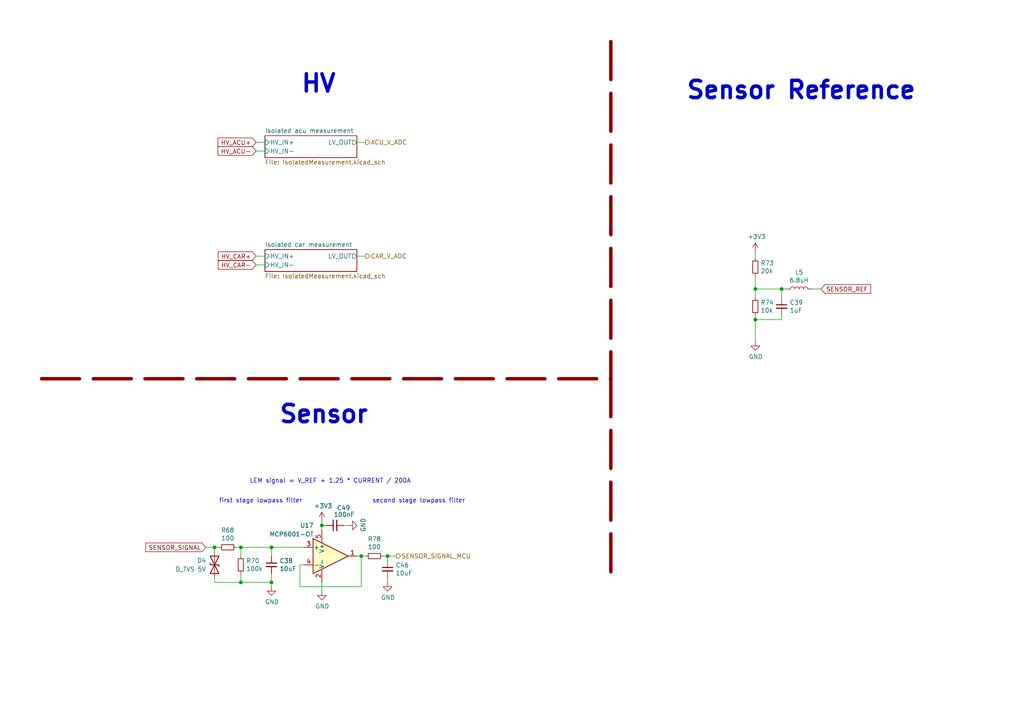
<source format=kicad_sch>
(kicad_sch (version 20211123) (generator eeschema)

  (uuid d7ba1e28-68fd-4a84-ac9e-932dda8ceff8)

  (paper "A4")

  (lib_symbols
    (symbol "Amplifier_Operational:MCP6001-OT" (pin_names (offset 0.127)) (in_bom yes) (on_board yes)
      (property "Reference" "U" (id 0) (at -1.27 6.35 0)
        (effects (font (size 1.27 1.27)) (justify left))
      )
      (property "Value" "MCP6001-OT" (id 1) (at -1.27 3.81 0)
        (effects (font (size 1.27 1.27)) (justify left))
      )
      (property "Footprint" "Package_TO_SOT_SMD:SOT-23-5" (id 2) (at -2.54 -5.08 0)
        (effects (font (size 1.27 1.27)) (justify left) hide)
      )
      (property "Datasheet" "http://ww1.microchip.com/downloads/en/DeviceDoc/21733j.pdf" (id 3) (at 0 5.08 0)
        (effects (font (size 1.27 1.27)) hide)
      )
      (property "ki_keywords" "single opamp" (id 4) (at 0 0 0)
        (effects (font (size 1.27 1.27)) hide)
      )
      (property "ki_description" "1MHz, Low-Power Op Amp, SOT-23-5" (id 5) (at 0 0 0)
        (effects (font (size 1.27 1.27)) hide)
      )
      (property "ki_fp_filters" "SOT?23*" (id 6) (at 0 0 0)
        (effects (font (size 1.27 1.27)) hide)
      )
      (symbol "MCP6001-OT_0_1"
        (polyline
          (pts
            (xy -5.08 5.08)
            (xy 5.08 0)
            (xy -5.08 -5.08)
            (xy -5.08 5.08)
          )
          (stroke (width 0.254) (type default) (color 0 0 0 0))
          (fill (type background))
        )
        (pin power_in line (at -2.54 -7.62 90) (length 3.81)
          (name "V-" (effects (font (size 1.27 1.27))))
          (number "2" (effects (font (size 1.27 1.27))))
        )
        (pin power_in line (at -2.54 7.62 270) (length 3.81)
          (name "V+" (effects (font (size 1.27 1.27))))
          (number "5" (effects (font (size 1.27 1.27))))
        )
      )
      (symbol "MCP6001-OT_1_1"
        (pin output line (at 7.62 0 180) (length 2.54)
          (name "~" (effects (font (size 1.27 1.27))))
          (number "1" (effects (font (size 1.27 1.27))))
        )
        (pin input line (at -7.62 2.54 0) (length 2.54)
          (name "+" (effects (font (size 1.27 1.27))))
          (number "3" (effects (font (size 1.27 1.27))))
        )
        (pin input line (at -7.62 -2.54 0) (length 2.54)
          (name "-" (effects (font (size 1.27 1.27))))
          (number "4" (effects (font (size 1.27 1.27))))
        )
      )
    )
    (symbol "Device:C_Small" (pin_numbers hide) (pin_names (offset 0.254) hide) (in_bom yes) (on_board yes)
      (property "Reference" "C" (id 0) (at 0.254 1.778 0)
        (effects (font (size 1.27 1.27)) (justify left))
      )
      (property "Value" "C_Small" (id 1) (at 0.254 -2.032 0)
        (effects (font (size 1.27 1.27)) (justify left))
      )
      (property "Footprint" "" (id 2) (at 0 0 0)
        (effects (font (size 1.27 1.27)) hide)
      )
      (property "Datasheet" "~" (id 3) (at 0 0 0)
        (effects (font (size 1.27 1.27)) hide)
      )
      (property "ki_keywords" "capacitor cap" (id 4) (at 0 0 0)
        (effects (font (size 1.27 1.27)) hide)
      )
      (property "ki_description" "Unpolarized capacitor, small symbol" (id 5) (at 0 0 0)
        (effects (font (size 1.27 1.27)) hide)
      )
      (property "ki_fp_filters" "C_*" (id 6) (at 0 0 0)
        (effects (font (size 1.27 1.27)) hide)
      )
      (symbol "C_Small_0_1"
        (polyline
          (pts
            (xy -1.524 -0.508)
            (xy 1.524 -0.508)
          )
          (stroke (width 0.3302) (type default) (color 0 0 0 0))
          (fill (type none))
        )
        (polyline
          (pts
            (xy -1.524 0.508)
            (xy 1.524 0.508)
          )
          (stroke (width 0.3048) (type default) (color 0 0 0 0))
          (fill (type none))
        )
      )
      (symbol "C_Small_1_1"
        (pin passive line (at 0 2.54 270) (length 2.032)
          (name "~" (effects (font (size 1.27 1.27))))
          (number "1" (effects (font (size 1.27 1.27))))
        )
        (pin passive line (at 0 -2.54 90) (length 2.032)
          (name "~" (effects (font (size 1.27 1.27))))
          (number "2" (effects (font (size 1.27 1.27))))
        )
      )
    )
    (symbol "Device:D_TVS" (pin_numbers hide) (pin_names (offset 1.016) hide) (in_bom yes) (on_board yes)
      (property "Reference" "D" (id 0) (at 0 2.54 0)
        (effects (font (size 1.27 1.27)))
      )
      (property "Value" "D_TVS" (id 1) (at 0 -2.54 0)
        (effects (font (size 1.27 1.27)))
      )
      (property "Footprint" "" (id 2) (at 0 0 0)
        (effects (font (size 1.27 1.27)) hide)
      )
      (property "Datasheet" "~" (id 3) (at 0 0 0)
        (effects (font (size 1.27 1.27)) hide)
      )
      (property "ki_keywords" "diode TVS thyrector" (id 4) (at 0 0 0)
        (effects (font (size 1.27 1.27)) hide)
      )
      (property "ki_description" "Bidirectional transient-voltage-suppression diode" (id 5) (at 0 0 0)
        (effects (font (size 1.27 1.27)) hide)
      )
      (property "ki_fp_filters" "TO-???* *_Diode_* *SingleDiode* D_*" (id 6) (at 0 0 0)
        (effects (font (size 1.27 1.27)) hide)
      )
      (symbol "D_TVS_0_1"
        (polyline
          (pts
            (xy 1.27 0)
            (xy -1.27 0)
          )
          (stroke (width 0) (type default) (color 0 0 0 0))
          (fill (type none))
        )
        (polyline
          (pts
            (xy 0.508 1.27)
            (xy 0 1.27)
            (xy 0 -1.27)
            (xy -0.508 -1.27)
          )
          (stroke (width 0.254) (type default) (color 0 0 0 0))
          (fill (type none))
        )
        (polyline
          (pts
            (xy -2.54 1.27)
            (xy -2.54 -1.27)
            (xy 2.54 1.27)
            (xy 2.54 -1.27)
            (xy -2.54 1.27)
          )
          (stroke (width 0.254) (type default) (color 0 0 0 0))
          (fill (type none))
        )
      )
      (symbol "D_TVS_1_1"
        (pin passive line (at -3.81 0 0) (length 2.54)
          (name "A1" (effects (font (size 1.27 1.27))))
          (number "1" (effects (font (size 1.27 1.27))))
        )
        (pin passive line (at 3.81 0 180) (length 2.54)
          (name "A2" (effects (font (size 1.27 1.27))))
          (number "2" (effects (font (size 1.27 1.27))))
        )
      )
    )
    (symbol "Device:L" (pin_numbers hide) (pin_names (offset 1.016) hide) (in_bom yes) (on_board yes)
      (property "Reference" "L" (id 0) (at -1.27 0 90)
        (effects (font (size 1.27 1.27)))
      )
      (property "Value" "L" (id 1) (at 1.905 0 90)
        (effects (font (size 1.27 1.27)))
      )
      (property "Footprint" "" (id 2) (at 0 0 0)
        (effects (font (size 1.27 1.27)) hide)
      )
      (property "Datasheet" "~" (id 3) (at 0 0 0)
        (effects (font (size 1.27 1.27)) hide)
      )
      (property "ki_keywords" "inductor choke coil reactor magnetic" (id 4) (at 0 0 0)
        (effects (font (size 1.27 1.27)) hide)
      )
      (property "ki_description" "Inductor" (id 5) (at 0 0 0)
        (effects (font (size 1.27 1.27)) hide)
      )
      (property "ki_fp_filters" "Choke_* *Coil* Inductor_* L_*" (id 6) (at 0 0 0)
        (effects (font (size 1.27 1.27)) hide)
      )
      (symbol "L_0_1"
        (arc (start 0 -2.54) (mid 0.635 -1.905) (end 0 -1.27)
          (stroke (width 0) (type default) (color 0 0 0 0))
          (fill (type none))
        )
        (arc (start 0 -1.27) (mid 0.635 -0.635) (end 0 0)
          (stroke (width 0) (type default) (color 0 0 0 0))
          (fill (type none))
        )
        (arc (start 0 0) (mid 0.635 0.635) (end 0 1.27)
          (stroke (width 0) (type default) (color 0 0 0 0))
          (fill (type none))
        )
        (arc (start 0 1.27) (mid 0.635 1.905) (end 0 2.54)
          (stroke (width 0) (type default) (color 0 0 0 0))
          (fill (type none))
        )
      )
      (symbol "L_1_1"
        (pin passive line (at 0 3.81 270) (length 1.27)
          (name "1" (effects (font (size 1.27 1.27))))
          (number "1" (effects (font (size 1.27 1.27))))
        )
        (pin passive line (at 0 -3.81 90) (length 1.27)
          (name "2" (effects (font (size 1.27 1.27))))
          (number "2" (effects (font (size 1.27 1.27))))
        )
      )
    )
    (symbol "Device:R_Small" (pin_numbers hide) (pin_names (offset 0.254) hide) (in_bom yes) (on_board yes)
      (property "Reference" "R" (id 0) (at 0.762 0.508 0)
        (effects (font (size 1.27 1.27)) (justify left))
      )
      (property "Value" "R_Small" (id 1) (at 0.762 -1.016 0)
        (effects (font (size 1.27 1.27)) (justify left))
      )
      (property "Footprint" "" (id 2) (at 0 0 0)
        (effects (font (size 1.27 1.27)) hide)
      )
      (property "Datasheet" "~" (id 3) (at 0 0 0)
        (effects (font (size 1.27 1.27)) hide)
      )
      (property "ki_keywords" "R resistor" (id 4) (at 0 0 0)
        (effects (font (size 1.27 1.27)) hide)
      )
      (property "ki_description" "Resistor, small symbol" (id 5) (at 0 0 0)
        (effects (font (size 1.27 1.27)) hide)
      )
      (property "ki_fp_filters" "R_*" (id 6) (at 0 0 0)
        (effects (font (size 1.27 1.27)) hide)
      )
      (symbol "R_Small_0_1"
        (rectangle (start -0.762 1.778) (end 0.762 -1.778)
          (stroke (width 0.2032) (type default) (color 0 0 0 0))
          (fill (type none))
        )
      )
      (symbol "R_Small_1_1"
        (pin passive line (at 0 2.54 270) (length 0.762)
          (name "~" (effects (font (size 1.27 1.27))))
          (number "1" (effects (font (size 1.27 1.27))))
        )
        (pin passive line (at 0 -2.54 90) (length 0.762)
          (name "~" (effects (font (size 1.27 1.27))))
          (number "2" (effects (font (size 1.27 1.27))))
        )
      )
    )
    (symbol "power:+3.3V" (power) (pin_names (offset 0)) (in_bom yes) (on_board yes)
      (property "Reference" "#PWR" (id 0) (at 0 -3.81 0)
        (effects (font (size 1.27 1.27)) hide)
      )
      (property "Value" "+3.3V" (id 1) (at 0 3.556 0)
        (effects (font (size 1.27 1.27)))
      )
      (property "Footprint" "" (id 2) (at 0 0 0)
        (effects (font (size 1.27 1.27)) hide)
      )
      (property "Datasheet" "" (id 3) (at 0 0 0)
        (effects (font (size 1.27 1.27)) hide)
      )
      (property "ki_keywords" "power-flag" (id 4) (at 0 0 0)
        (effects (font (size 1.27 1.27)) hide)
      )
      (property "ki_description" "Power symbol creates a global label with name \"+3.3V\"" (id 5) (at 0 0 0)
        (effects (font (size 1.27 1.27)) hide)
      )
      (symbol "+3.3V_0_1"
        (polyline
          (pts
            (xy -0.762 1.27)
            (xy 0 2.54)
          )
          (stroke (width 0) (type default) (color 0 0 0 0))
          (fill (type none))
        )
        (polyline
          (pts
            (xy 0 0)
            (xy 0 2.54)
          )
          (stroke (width 0) (type default) (color 0 0 0 0))
          (fill (type none))
        )
        (polyline
          (pts
            (xy 0 2.54)
            (xy 0.762 1.27)
          )
          (stroke (width 0) (type default) (color 0 0 0 0))
          (fill (type none))
        )
      )
      (symbol "+3.3V_1_1"
        (pin power_in line (at 0 0 90) (length 0) hide
          (name "+3V3" (effects (font (size 1.27 1.27))))
          (number "1" (effects (font (size 1.27 1.27))))
        )
      )
    )
    (symbol "power:GND" (power) (pin_names (offset 0)) (in_bom yes) (on_board yes)
      (property "Reference" "#PWR" (id 0) (at 0 -6.35 0)
        (effects (font (size 1.27 1.27)) hide)
      )
      (property "Value" "GND" (id 1) (at 0 -3.81 0)
        (effects (font (size 1.27 1.27)))
      )
      (property "Footprint" "" (id 2) (at 0 0 0)
        (effects (font (size 1.27 1.27)) hide)
      )
      (property "Datasheet" "" (id 3) (at 0 0 0)
        (effects (font (size 1.27 1.27)) hide)
      )
      (property "ki_keywords" "power-flag" (id 4) (at 0 0 0)
        (effects (font (size 1.27 1.27)) hide)
      )
      (property "ki_description" "Power symbol creates a global label with name \"GND\" , ground" (id 5) (at 0 0 0)
        (effects (font (size 1.27 1.27)) hide)
      )
      (symbol "GND_0_1"
        (polyline
          (pts
            (xy 0 0)
            (xy 0 -1.27)
            (xy 1.27 -1.27)
            (xy 0 -2.54)
            (xy -1.27 -1.27)
            (xy 0 -1.27)
          )
          (stroke (width 0) (type default) (color 0 0 0 0))
          (fill (type none))
        )
      )
      (symbol "GND_1_1"
        (pin power_in line (at 0 0 270) (length 0) hide
          (name "GND" (effects (font (size 1.27 1.27))))
          (number "1" (effects (font (size 1.27 1.27))))
        )
      )
    )
  )

  (junction (at 93.345 152.4) (diameter 0) (color 0 0 0 0)
    (uuid 17d5f6be-7c0f-4080-bbfe-00729b8c2c90)
  )
  (junction (at 219.075 83.82) (diameter 0) (color 0 0 0 0)
    (uuid 1b0eb2ab-57d0-4e89-ac02-2a0aa88d3d94)
  )
  (junction (at 226.695 83.82) (diameter 0) (color 0 0 0 0)
    (uuid 1d375a87-d997-4000-bbb0-379db3c4785d)
  )
  (junction (at 219.075 92.71) (diameter 0) (color 0 0 0 0)
    (uuid 22dd6db7-a8b7-4b03-857a-69a22ddff791)
  )
  (junction (at 62.23 158.75) (diameter 0) (color 0 0 0 0)
    (uuid 2f575597-48c3-4414-9137-172ca447e782)
  )
  (junction (at 78.74 168.91) (diameter 0) (color 0 0 0 0)
    (uuid 3655025f-8711-4960-801c-56cdfe77669c)
  )
  (junction (at 78.74 158.75) (diameter 0) (color 0 0 0 0)
    (uuid 654d85cc-40a9-4f27-b22d-6c6dd2602604)
  )
  (junction (at 69.85 168.91) (diameter 0) (color 0 0 0 0)
    (uuid adfff3d1-d2bb-4a02-9ac5-e28b89255cd0)
  )
  (junction (at 69.85 158.75) (diameter 0) (color 0 0 0 0)
    (uuid cc8c8e9b-eff8-495d-8f7d-55fdc448f6b1)
  )
  (junction (at 112.395 161.29) (diameter 0) (color 0 0 0 0)
    (uuid d12d4100-43e5-4141-98c5-c1ba3bc24beb)
  )
  (junction (at 104.775 161.29) (diameter 0) (color 0 0 0 0)
    (uuid e2ab7b31-5b4d-466d-bd86-8c57218d1b0e)
  )

  (wire (pts (xy 235.585 83.82) (xy 238.125 83.82))
    (stroke (width 0) (type default) (color 0 0 0 0))
    (uuid 011adb42-373c-43d7-8ffa-a1126722ad70)
  )
  (wire (pts (xy 69.85 168.91) (xy 78.74 168.91))
    (stroke (width 0) (type default) (color 0 0 0 0))
    (uuid 088c0380-7719-4295-8e54-185cff8a23f4)
  )
  (wire (pts (xy 93.345 151.13) (xy 93.345 152.4))
    (stroke (width 0) (type default) (color 0 0 0 0))
    (uuid 0bc28c2b-224d-4fc2-88c4-a919920ce1ad)
  )
  (wire (pts (xy 74.295 74.295) (xy 76.835 74.295))
    (stroke (width 0) (type default) (color 0 0 0 0))
    (uuid 0d8ddc20-0975-4de6-9c7c-d8d13a7ad00d)
  )
  (wire (pts (xy 226.695 83.82) (xy 227.965 83.82))
    (stroke (width 0) (type default) (color 0 0 0 0))
    (uuid 1121f760-8b35-41ca-b015-c50a6d0a5153)
  )
  (wire (pts (xy 78.74 168.91) (xy 78.74 166.37))
    (stroke (width 0) (type default) (color 0 0 0 0))
    (uuid 184e603e-7178-43ce-8504-bedb5a4e3303)
  )
  (wire (pts (xy 103.505 41.275) (xy 106.045 41.275))
    (stroke (width 0) (type default) (color 0 0 0 0))
    (uuid 2163dff5-07e1-4551-acf0-9de9075ae601)
  )
  (wire (pts (xy 219.075 91.44) (xy 219.075 92.71))
    (stroke (width 0) (type default) (color 0 0 0 0))
    (uuid 24b49d1c-be6e-46df-a530-16c9b0042bd7)
  )
  (wire (pts (xy 74.295 43.815) (xy 76.835 43.815))
    (stroke (width 0) (type default) (color 0 0 0 0))
    (uuid 267f3f5c-5986-42a8-90e0-9867572b9498)
  )
  (wire (pts (xy 103.505 161.29) (xy 104.775 161.29))
    (stroke (width 0) (type default) (color 0 0 0 0))
    (uuid 2e7a76aa-b088-4908-875c-dc0cbe5b0f13)
  )
  (wire (pts (xy 106.045 161.29) (xy 104.775 161.29))
    (stroke (width 0) (type default) (color 0 0 0 0))
    (uuid 358b9021-6bb3-411a-bf9c-0bd3bf9df121)
  )
  (wire (pts (xy 219.075 92.71) (xy 226.695 92.71))
    (stroke (width 0) (type default) (color 0 0 0 0))
    (uuid 397aec95-f8c1-49aa-ab25-48969387bfe7)
  )
  (polyline (pts (xy 177.165 109.855) (xy 177.165 166.37))
    (stroke (width 1) (type default) (color 132 0 0 1))
    (uuid 42f3689b-aadf-461f-aa90-f9664c395cb1)
  )

  (wire (pts (xy 62.23 168.91) (xy 62.23 167.64))
    (stroke (width 0) (type default) (color 0 0 0 0))
    (uuid 4308f4ff-b3fe-4629-9538-966a17fa780e)
  )
  (wire (pts (xy 219.075 74.93) (xy 219.075 73.025))
    (stroke (width 0) (type default) (color 0 0 0 0))
    (uuid 43469db3-0f3a-42d5-bab3-99d194c06b79)
  )
  (wire (pts (xy 219.075 83.82) (xy 226.695 83.82))
    (stroke (width 0) (type default) (color 0 0 0 0))
    (uuid 495fa01a-d906-4fdf-b2dc-58067dbe20b6)
  )
  (wire (pts (xy 86.995 163.83) (xy 88.265 163.83))
    (stroke (width 0) (type default) (color 0 0 0 0))
    (uuid 4a11ba40-b1d0-4e22-b011-181fc571d20b)
  )
  (wire (pts (xy 62.23 160.02) (xy 62.23 158.75))
    (stroke (width 0) (type default) (color 0 0 0 0))
    (uuid 58e18c22-3a8e-4f7d-8e3b-a46935533bdb)
  )
  (wire (pts (xy 88.265 158.75) (xy 78.74 158.75))
    (stroke (width 0) (type default) (color 0 0 0 0))
    (uuid 5a193c86-d567-406f-b7d1-b0003bc26c7e)
  )
  (wire (pts (xy 112.395 161.29) (xy 111.125 161.29))
    (stroke (width 0) (type default) (color 0 0 0 0))
    (uuid 5acb2fab-9f7c-436a-82c3-a56359a29eef)
  )
  (wire (pts (xy 86.995 170.18) (xy 104.775 170.18))
    (stroke (width 0) (type default) (color 0 0 0 0))
    (uuid 5c115c5e-69f4-4fd6-b721-35e0f4e4f0dc)
  )
  (polyline (pts (xy 12.065 109.855) (xy 177.165 109.855))
    (stroke (width 1) (type default) (color 132 0 0 1))
    (uuid 5e4eed16-49b7-4a43-956f-1653c9a82538)
  )

  (wire (pts (xy 226.695 83.82) (xy 226.695 86.36))
    (stroke (width 0) (type default) (color 0 0 0 0))
    (uuid 6995af44-0065-41da-94ce-fba46636021c)
  )
  (wire (pts (xy 99.695 152.4) (xy 100.965 152.4))
    (stroke (width 0) (type default) (color 0 0 0 0))
    (uuid 6a3b6fd5-a257-443a-b572-280067485953)
  )
  (wire (pts (xy 114.935 161.29) (xy 112.395 161.29))
    (stroke (width 0) (type default) (color 0 0 0 0))
    (uuid 6aeff817-f12f-48cf-9269-753fdddf4f74)
  )
  (wire (pts (xy 86.995 170.18) (xy 86.995 163.83))
    (stroke (width 0) (type default) (color 0 0 0 0))
    (uuid 6ce71f1b-9460-4e2d-8996-8653fe1d06b9)
  )
  (wire (pts (xy 69.85 166.37) (xy 69.85 168.91))
    (stroke (width 0) (type default) (color 0 0 0 0))
    (uuid 6d000860-c4a5-4af6-90ed-947b6e07f701)
  )
  (polyline (pts (xy 177.165 12.065) (xy 177.165 109.855))
    (stroke (width 1) (type default) (color 132 0 0 1))
    (uuid 6f4dac03-595c-4cf2-a4f6-8ce5e921fe1a)
  )

  (wire (pts (xy 226.695 91.44) (xy 226.695 92.71))
    (stroke (width 0) (type default) (color 0 0 0 0))
    (uuid 70ed33fa-b26e-4e89-975c-27fe0779cd97)
  )
  (wire (pts (xy 68.58 158.75) (xy 69.85 158.75))
    (stroke (width 0) (type default) (color 0 0 0 0))
    (uuid 7294954e-47a8-4e04-a63f-bb4a2d82e4c7)
  )
  (wire (pts (xy 103.505 74.295) (xy 106.045 74.295))
    (stroke (width 0) (type default) (color 0 0 0 0))
    (uuid 776a7ea6-bf86-47ab-95cf-c9f486518f03)
  )
  (wire (pts (xy 94.615 152.4) (xy 93.345 152.4))
    (stroke (width 0) (type default) (color 0 0 0 0))
    (uuid 78ef3df3-29c0-4c6d-b078-c90bef2fed85)
  )
  (wire (pts (xy 93.345 152.4) (xy 93.345 153.67))
    (stroke (width 0) (type default) (color 0 0 0 0))
    (uuid 7f858fb5-2592-4739-b603-080b48a38138)
  )
  (wire (pts (xy 62.23 168.91) (xy 69.85 168.91))
    (stroke (width 0) (type default) (color 0 0 0 0))
    (uuid 88f3c473-6bf1-479c-8fa1-bec6c991da11)
  )
  (wire (pts (xy 219.075 92.71) (xy 219.075 99.06))
    (stroke (width 0) (type default) (color 0 0 0 0))
    (uuid 8a0f60b5-9e99-49a2-a0d8-7c0a96729be7)
  )
  (wire (pts (xy 112.395 161.29) (xy 112.395 162.56))
    (stroke (width 0) (type default) (color 0 0 0 0))
    (uuid a01d80c4-be82-4240-9f79-4720f7126405)
  )
  (wire (pts (xy 93.345 168.91) (xy 93.345 171.45))
    (stroke (width 0) (type default) (color 0 0 0 0))
    (uuid a0d52e76-dfa6-4e81-af54-8ea0076c7c90)
  )
  (wire (pts (xy 69.85 158.75) (xy 78.74 158.75))
    (stroke (width 0) (type default) (color 0 0 0 0))
    (uuid a5dd296a-a61b-445c-9b31-9501301f405d)
  )
  (wire (pts (xy 62.23 158.75) (xy 59.69 158.75))
    (stroke (width 0) (type default) (color 0 0 0 0))
    (uuid accd25b2-c0ea-4822-9c5b-ae0a2486888b)
  )
  (wire (pts (xy 78.74 168.91) (xy 78.74 170.18))
    (stroke (width 0) (type default) (color 0 0 0 0))
    (uuid aefa5d39-51ac-4b31-89d9-24b701735629)
  )
  (wire (pts (xy 69.85 161.29) (xy 69.85 158.75))
    (stroke (width 0) (type default) (color 0 0 0 0))
    (uuid b9e49b05-d130-436d-82f8-21c7da690415)
  )
  (wire (pts (xy 62.23 158.75) (xy 63.5 158.75))
    (stroke (width 0) (type default) (color 0 0 0 0))
    (uuid bcca075a-a9c2-42bb-84e7-878a0feacb94)
  )
  (wire (pts (xy 219.075 80.01) (xy 219.075 83.82))
    (stroke (width 0) (type default) (color 0 0 0 0))
    (uuid c8a5d108-358f-4471-900b-b30e4fd7b558)
  )
  (wire (pts (xy 112.395 167.64) (xy 112.395 168.91))
    (stroke (width 0) (type default) (color 0 0 0 0))
    (uuid cb56702f-405b-46ec-adce-e72a25393a8b)
  )
  (wire (pts (xy 74.295 76.835) (xy 76.835 76.835))
    (stroke (width 0) (type default) (color 0 0 0 0))
    (uuid daae515b-5d43-4ea8-b21b-fb58adf5bb86)
  )
  (wire (pts (xy 74.295 41.275) (xy 76.835 41.275))
    (stroke (width 0) (type default) (color 0 0 0 0))
    (uuid e3f1b5f4-b950-4015-942e-637eae87a81d)
  )
  (wire (pts (xy 219.075 83.82) (xy 219.075 86.36))
    (stroke (width 0) (type default) (color 0 0 0 0))
    (uuid eaf1d774-213f-4af6-aca2-0f3e5504e36e)
  )
  (wire (pts (xy 78.74 161.29) (xy 78.74 158.75))
    (stroke (width 0) (type default) (color 0 0 0 0))
    (uuid ed3afe6a-e74a-4d3b-8857-bb5db921b7f3)
  )
  (wire (pts (xy 104.775 161.29) (xy 104.775 170.18))
    (stroke (width 0) (type default) (color 0 0 0 0))
    (uuid f62658c5-de91-4f47-bfaa-a223e8f4ee0d)
  )

  (text "HV" (at 86.995 27.305 0)
    (effects (font (size 5 5) (thickness 1) bold) (justify left bottom))
    (uuid 128e4c84-fe53-490b-9111-600e548faa9b)
  )
  (text "second stage lowpass filter" (at 107.95 146.05 0)
    (effects (font (size 1.27 1.27)) (justify left bottom))
    (uuid 136b6d4d-5cae-4dbc-8a88-fa089ac2b179)
  )
  (text "Sensor Reference" (at 198.755 29.21 0)
    (effects (font (size 5 5) (thickness 1) bold) (justify left bottom))
    (uuid 4ab7f0cd-8584-47b9-bf25-289448dbb04e)
  )
  (text "LEM signal = V_REF + 1.25 * CURRENT / 200A" (at 72.39 140.335 0)
    (effects (font (size 1.27 1.27)) (justify left bottom))
    (uuid 91df6de8-0c55-4312-974b-6903e2a3ff43)
  )
  (text "Sensor" (at 80.645 123.19 0)
    (effects (font (size 5 5) (thickness 1) bold) (justify left bottom))
    (uuid 9af5f919-63e3-4e4b-891e-985673ad8b55)
  )
  (text "first stage lowpass filter" (at 63.5 146.05 0)
    (effects (font (size 1.27 1.27)) (justify left bottom))
    (uuid f3910753-076a-48a1-970e-0f4a5f4b771e)
  )

  (global_label "HV_CAR+" (shape input) (at 74.295 74.295 180) (fields_autoplaced)
    (effects (font (size 1.27 1.27)) (justify right))
    (uuid 1fad633a-1ceb-46a4-96f9-767c86856c00)
    (property "Intersheet References" "${INTERSHEET_REFS}" (id 0) (at 63.3832 74.2156 0)
      (effects (font (size 1.27 1.27)) (justify right) hide)
    )
  )
  (global_label "SENSOR_REF" (shape input) (at 238.125 83.82 0) (fields_autoplaced)
    (effects (font (size 1.27 1.27)) (justify left))
    (uuid 878a6ef1-a297-4902-bc75-9f83bc61f62e)
    (property "Intersheet References" "${INTERSHEET_REFS}" (id 0) (at 252.4235 83.7406 0)
      (effects (font (size 1.27 1.27)) (justify left) hide)
    )
  )
  (global_label "HV_ACU-" (shape input) (at 74.295 43.815 180) (fields_autoplaced)
    (effects (font (size 1.27 1.27)) (justify right))
    (uuid b512ed55-22e0-4893-8b34-2db4563dfbc0)
    (property "Intersheet References" "${INTERSHEET_REFS}" (id 0) (at 63.3227 43.7356 0)
      (effects (font (size 1.27 1.27)) (justify right) hide)
    )
  )
  (global_label "HV_ACU+" (shape input) (at 74.295 41.275 180) (fields_autoplaced)
    (effects (font (size 1.27 1.27)) (justify right))
    (uuid bc41922d-7aa5-4fa6-9d7e-bfd5cdba250a)
    (property "Intersheet References" "${INTERSHEET_REFS}" (id 0) (at 63.3227 41.1956 0)
      (effects (font (size 1.27 1.27)) (justify right) hide)
    )
  )
  (global_label "SENSOR_SIGNAL" (shape input) (at 59.69 158.75 180) (fields_autoplaced)
    (effects (font (size 1.27 1.27)) (justify right))
    (uuid bff79770-6763-4f0d-b330-890c637b7038)
    (property "Intersheet References" "${INTERSHEET_REFS}" (id 0) (at 42.3677 158.6706 0)
      (effects (font (size 1.27 1.27)) (justify right) hide)
    )
  )
  (global_label "HV_CAR-" (shape input) (at 74.295 76.835 180) (fields_autoplaced)
    (effects (font (size 1.27 1.27)) (justify right))
    (uuid ed234414-836a-447a-a1cc-b7010c0034e4)
    (property "Intersheet References" "${INTERSHEET_REFS}" (id 0) (at 63.3832 76.7556 0)
      (effects (font (size 1.27 1.27)) (justify right) hide)
    )
  )

  (hierarchical_label "ACU_V_ADC" (shape output) (at 106.045 41.275 0)
    (effects (font (size 1.27 1.27)) (justify left))
    (uuid 4c2b6fd4-fd8a-4b67-b569-4977cdb2c863)
  )
  (hierarchical_label "CAR_V_ADC" (shape output) (at 106.045 74.295 0)
    (effects (font (size 1.27 1.27)) (justify left))
    (uuid 7b0c6050-29f0-4b53-9b17-9ad8d33e5f92)
  )
  (hierarchical_label "SENSOR_SIGNAL_MCU" (shape output) (at 114.935 161.29 0)
    (effects (font (size 1.27 1.27)) (justify left))
    (uuid b95d0129-ef02-4258-817f-ab5856123b74)
  )

  (symbol (lib_id "power:GND") (at 112.395 168.91 0) (unit 1)
    (in_bom yes) (on_board yes)
    (uuid 00fe51f2-4c32-444e-93ce-0504fba30ffa)
    (property "Reference" "#PWR097" (id 0) (at 112.395 175.26 0)
      (effects (font (size 1.27 1.27)) hide)
    )
    (property "Value" "GND" (id 1) (at 112.522 173.3042 0))
    (property "Footprint" "" (id 2) (at 112.395 168.91 0)
      (effects (font (size 1.27 1.27)) hide)
    )
    (property "Datasheet" "" (id 3) (at 112.395 168.91 0)
      (effects (font (size 1.27 1.27)) hide)
    )
    (pin "1" (uuid 6ac315bb-3ca6-4cf1-ae88-e589a3a0f566))
  )

  (symbol (lib_id "Device:L") (at 231.775 83.82 90) (unit 1)
    (in_bom yes) (on_board yes)
    (uuid 0422bc5c-79a8-49f4-a2a4-8342195de570)
    (property "Reference" "L5" (id 0) (at 231.775 78.994 90))
    (property "Value" "6.8uH" (id 1) (at 231.775 81.3054 90))
    (property "Footprint" "Inductor_SMD:L_1206_3216Metric" (id 2) (at 231.775 83.82 0)
      (effects (font (size 1.27 1.27)) hide)
    )
    (property "Datasheet" "~" (id 3) (at 231.775 83.82 0)
      (effects (font (size 1.27 1.27)) hide)
    )
    (pin "1" (uuid e7208815-3d37-4743-8c8e-a7ae7138aa80))
    (pin "2" (uuid 92f05c61-eb44-409b-b79b-a6c75430f576))
  )

  (symbol (lib_id "power:+3.3V") (at 219.075 73.025 0) (unit 1)
    (in_bom yes) (on_board yes)
    (uuid 0d065a5f-e745-42a3-958b-9d0ce5dbcf9e)
    (property "Reference" "#PWR084" (id 0) (at 219.075 76.835 0)
      (effects (font (size 1.27 1.27)) hide)
    )
    (property "Value" "+3.3V" (id 1) (at 219.456 68.6308 0))
    (property "Footprint" "" (id 2) (at 219.075 73.025 0)
      (effects (font (size 1.27 1.27)) hide)
    )
    (property "Datasheet" "" (id 3) (at 219.075 73.025 0)
      (effects (font (size 1.27 1.27)) hide)
    )
    (pin "1" (uuid 5b7fd896-74e6-438d-9fd7-431e03882927))
  )

  (symbol (lib_id "Device:R_Small") (at 69.85 163.83 180) (unit 1)
    (in_bom yes) (on_board yes)
    (uuid 0d8182cf-8bb1-4156-af77-a7bf8ca5aec3)
    (property "Reference" "R70" (id 0) (at 71.3486 162.6616 0)
      (effects (font (size 1.27 1.27)) (justify right))
    )
    (property "Value" "100k" (id 1) (at 71.3486 164.973 0)
      (effects (font (size 1.27 1.27)) (justify right))
    )
    (property "Footprint" "Resistor_SMD:R_0603_1608Metric" (id 2) (at 69.85 163.83 0)
      (effects (font (size 1.27 1.27)) hide)
    )
    (property "Datasheet" "~" (id 3) (at 69.85 163.83 0)
      (effects (font (size 1.27 1.27)) hide)
    )
    (pin "1" (uuid 8a62a14b-da7e-4ec0-bffb-fb9a484a381e))
    (pin "2" (uuid 7150f7dc-b565-4b2a-a959-543049b522dc))
  )

  (symbol (lib_id "Amplifier_Operational:MCP6001-OT") (at 95.885 161.29 0) (unit 1)
    (in_bom yes) (on_board yes)
    (uuid 1a08a5c8-df3c-423c-9628-517e51a805c5)
    (property "Reference" "U17" (id 0) (at 86.995 152.4 0)
      (effects (font (size 1.27 1.27)) (justify left))
    )
    (property "Value" "MCP6001-OT" (id 1) (at 78.105 154.94 0)
      (effects (font (size 1.27 1.27)) (justify left))
    )
    (property "Footprint" "Package_TO_SOT_SMD:SOT-23-5" (id 2) (at 93.345 166.37 0)
      (effects (font (size 1.27 1.27)) (justify left) hide)
    )
    (property "Datasheet" "http://ww1.microchip.com/downloads/en/DeviceDoc/21733j.pdf" (id 3) (at 95.885 156.21 0)
      (effects (font (size 1.27 1.27)) hide)
    )
    (pin "2" (uuid e83604d3-f90c-44f9-9ca2-bf0e66c8626d))
    (pin "5" (uuid f49ddb2f-aec1-4487-bb46-179592c24501))
    (pin "1" (uuid 5a87e2bb-06d8-41fd-968b-28a4cbca54c7))
    (pin "3" (uuid e8265001-cc7f-4ea6-83a4-657e9d372ea4))
    (pin "4" (uuid bd8f633b-a796-4b87-a169-975e374f540d))
  )

  (symbol (lib_id "Device:R_Small") (at 219.075 77.47 0) (unit 1)
    (in_bom yes) (on_board yes)
    (uuid 2208ec2b-b96d-4cff-b8d0-386546c9bc23)
    (property "Reference" "R73" (id 0) (at 220.5736 76.3016 0)
      (effects (font (size 1.27 1.27)) (justify left))
    )
    (property "Value" "20k" (id 1) (at 220.5736 78.613 0)
      (effects (font (size 1.27 1.27)) (justify left))
    )
    (property "Footprint" "Resistor_SMD:R_0603_1608Metric" (id 2) (at 219.075 77.47 0)
      (effects (font (size 1.27 1.27)) hide)
    )
    (property "Datasheet" "~" (id 3) (at 219.075 77.47 0)
      (effects (font (size 1.27 1.27)) hide)
    )
    (pin "1" (uuid 876e03d9-4d91-45d9-84ac-d7e895213686))
    (pin "2" (uuid 365b7355-6e71-489f-bff7-fa1bb55ce173))
  )

  (symbol (lib_id "power:GND") (at 78.74 170.18 0) (unit 1)
    (in_bom yes) (on_board yes)
    (uuid 28a6efa0-3892-4c95-898c-1a69233ba6c7)
    (property "Reference" "#PWR083" (id 0) (at 78.74 176.53 0)
      (effects (font (size 1.27 1.27)) hide)
    )
    (property "Value" "GND" (id 1) (at 78.867 174.5742 0))
    (property "Footprint" "" (id 2) (at 78.74 170.18 0)
      (effects (font (size 1.27 1.27)) hide)
    )
    (property "Datasheet" "" (id 3) (at 78.74 170.18 0)
      (effects (font (size 1.27 1.27)) hide)
    )
    (pin "1" (uuid afaef132-c530-45f6-a77b-46425b4cf621))
  )

  (symbol (lib_id "power:GND") (at 219.075 99.06 0) (unit 1)
    (in_bom yes) (on_board yes)
    (uuid 3f43c004-d17f-43ac-98bf-c5e9bce1100f)
    (property "Reference" "#PWR0167" (id 0) (at 219.075 105.41 0)
      (effects (font (size 1.27 1.27)) hide)
    )
    (property "Value" "GND" (id 1) (at 219.202 103.4542 0))
    (property "Footprint" "" (id 2) (at 219.075 99.06 0)
      (effects (font (size 1.27 1.27)) hide)
    )
    (property "Datasheet" "" (id 3) (at 219.075 99.06 0)
      (effects (font (size 1.27 1.27)) hide)
    )
    (pin "1" (uuid 7d5ed09d-0b13-466b-acfd-76296044ac54))
  )

  (symbol (lib_id "power:GND") (at 100.965 152.4 90) (unit 1)
    (in_bom yes) (on_board yes)
    (uuid 411106db-71cb-4fed-b0f0-c00cd47ef9fa)
    (property "Reference" "#PWR0125" (id 0) (at 107.315 152.4 0)
      (effects (font (size 1.27 1.27)) hide)
    )
    (property "Value" "GND" (id 1) (at 105.3592 152.273 0))
    (property "Footprint" "" (id 2) (at 100.965 152.4 0)
      (effects (font (size 1.27 1.27)) hide)
    )
    (property "Datasheet" "" (id 3) (at 100.965 152.4 0)
      (effects (font (size 1.27 1.27)) hide)
    )
    (pin "1" (uuid 8e7c8353-e4e2-417b-9027-4711da14c9b6))
  )

  (symbol (lib_id "Device:D_TVS") (at 62.23 163.83 270) (unit 1)
    (in_bom yes) (on_board yes)
    (uuid 50abb593-e379-4837-9d9c-b7805e0a90a4)
    (property "Reference" "D4" (id 0) (at 57.15 162.56 90)
      (effects (font (size 1.27 1.27)) (justify left))
    )
    (property "Value" "D_TVS 5V" (id 1) (at 50.8 165.1 90)
      (effects (font (size 1.27 1.27)) (justify left))
    )
    (property "Footprint" "Diode_SMD:D_SMA" (id 2) (at 62.23 163.83 0)
      (effects (font (size 1.27 1.27)) hide)
    )
    (property "Datasheet" "~" (id 3) (at 62.23 163.83 0)
      (effects (font (size 1.27 1.27)) hide)
    )
    (pin "1" (uuid 241cdf71-6218-49f2-884b-a3cadf4dedf2))
    (pin "2" (uuid 13274a39-c4b4-48b7-ae81-935b744cf784))
  )

  (symbol (lib_id "Device:R_Small") (at 66.04 158.75 270) (unit 1)
    (in_bom yes) (on_board yes)
    (uuid 5c33786d-3eec-40e9-9cee-c36556fa8b1a)
    (property "Reference" "R68" (id 0) (at 66.04 153.7716 90))
    (property "Value" "100" (id 1) (at 66.04 156.083 90))
    (property "Footprint" "Resistor_SMD:R_0603_1608Metric" (id 2) (at 66.04 158.75 0)
      (effects (font (size 1.27 1.27)) hide)
    )
    (property "Datasheet" "~" (id 3) (at 66.04 158.75 0)
      (effects (font (size 1.27 1.27)) hide)
    )
    (pin "1" (uuid fc2fac5b-c2da-4ebf-8f59-746fbec50e5c))
    (pin "2" (uuid 9367080e-86b4-447f-b5f1-722a8b60e696))
  )

  (symbol (lib_id "Device:C_Small") (at 226.695 88.9 0) (unit 1)
    (in_bom yes) (on_board yes)
    (uuid 67719756-a049-4fde-8552-9154555115fb)
    (property "Reference" "C39" (id 0) (at 229.0318 87.7316 0)
      (effects (font (size 1.27 1.27)) (justify left))
    )
    (property "Value" "1uF" (id 1) (at 229.0318 90.043 0)
      (effects (font (size 1.27 1.27)) (justify left))
    )
    (property "Footprint" "Capacitor_SMD:C_0603_1608Metric" (id 2) (at 226.695 88.9 0)
      (effects (font (size 1.27 1.27)) hide)
    )
    (property "Datasheet" "~" (id 3) (at 226.695 88.9 0)
      (effects (font (size 1.27 1.27)) hide)
    )
    (pin "1" (uuid ab185d3b-e1c0-41b5-b374-ebafcdb503c8))
    (pin "2" (uuid 062692ef-0d57-4757-b1ea-6ee9cdd2631c))
  )

  (symbol (lib_id "power:GND") (at 93.345 171.45 0) (unit 1)
    (in_bom yes) (on_board yes)
    (uuid 9b8932ae-365e-4c78-8f3b-256dd9b34349)
    (property "Reference" "#PWR090" (id 0) (at 93.345 177.8 0)
      (effects (font (size 1.27 1.27)) hide)
    )
    (property "Value" "GND" (id 1) (at 93.472 175.8442 0))
    (property "Footprint" "" (id 2) (at 93.345 171.45 0)
      (effects (font (size 1.27 1.27)) hide)
    )
    (property "Datasheet" "" (id 3) (at 93.345 171.45 0)
      (effects (font (size 1.27 1.27)) hide)
    )
    (pin "1" (uuid 28dc8112-d308-49a6-abc4-e466eed69f79))
  )

  (symbol (lib_id "Device:R_Small") (at 108.585 161.29 90) (unit 1)
    (in_bom yes) (on_board yes)
    (uuid a02f2126-6e3e-4700-80d3-4aeefce899b4)
    (property "Reference" "R78" (id 0) (at 108.585 156.3116 90))
    (property "Value" "100" (id 1) (at 108.585 158.623 90))
    (property "Footprint" "Resistor_SMD:R_0603_1608Metric" (id 2) (at 108.585 161.29 0)
      (effects (font (size 1.27 1.27)) hide)
    )
    (property "Datasheet" "~" (id 3) (at 108.585 161.29 0)
      (effects (font (size 1.27 1.27)) hide)
    )
    (pin "1" (uuid 55b0289f-8cf3-44b5-9bb3-b48856a851b4))
    (pin "2" (uuid 9c0e9519-104c-44d6-9f6b-112372208640))
  )

  (symbol (lib_id "Device:R_Small") (at 219.075 88.9 0) (unit 1)
    (in_bom yes) (on_board yes)
    (uuid a3865ae0-51ab-4015-9f7a-9a4dd0b5a8ea)
    (property "Reference" "R74" (id 0) (at 220.5736 87.7316 0)
      (effects (font (size 1.27 1.27)) (justify left))
    )
    (property "Value" "10k" (id 1) (at 220.5736 90.043 0)
      (effects (font (size 1.27 1.27)) (justify left))
    )
    (property "Footprint" "Resistor_SMD:R_0603_1608Metric" (id 2) (at 219.075 88.9 0)
      (effects (font (size 1.27 1.27)) hide)
    )
    (property "Datasheet" "~" (id 3) (at 219.075 88.9 0)
      (effects (font (size 1.27 1.27)) hide)
    )
    (pin "1" (uuid 80dc77a3-e767-4e24-b7bc-dda3ad24f474))
    (pin "2" (uuid 35bb58e3-d1fc-4b76-b540-5862b4b326ab))
  )

  (symbol (lib_id "Device:C_Small") (at 78.74 163.83 0) (unit 1)
    (in_bom yes) (on_board yes)
    (uuid a68a125c-ab77-4c54-8c74-86704268c661)
    (property "Reference" "C38" (id 0) (at 81.0768 162.6616 0)
      (effects (font (size 1.27 1.27)) (justify left))
    )
    (property "Value" "10uF" (id 1) (at 81.0768 164.973 0)
      (effects (font (size 1.27 1.27)) (justify left))
    )
    (property "Footprint" "Capacitor_SMD:C_0603_1608Metric" (id 2) (at 78.74 163.83 0)
      (effects (font (size 1.27 1.27)) hide)
    )
    (property "Datasheet" "~" (id 3) (at 78.74 163.83 0)
      (effects (font (size 1.27 1.27)) hide)
    )
    (pin "1" (uuid dac2dd01-26fc-4929-84b5-6247b0097473))
    (pin "2" (uuid 5a02b2df-88a6-4392-8398-ccbdb654b9b9))
  )

  (symbol (lib_id "Device:C_Small") (at 97.155 152.4 90) (unit 1)
    (in_bom yes) (on_board yes)
    (uuid ac5aba2c-1d32-4355-975c-91c4e1fa9e41)
    (property "Reference" "C49" (id 0) (at 101.6 147.32 90)
      (effects (font (size 1.27 1.27)) (justify left))
    )
    (property "Value" "100nF" (id 1) (at 102.87 149.225 90)
      (effects (font (size 1.27 1.27)) (justify left))
    )
    (property "Footprint" "Capacitor_SMD:C_0603_1608Metric" (id 2) (at 97.155 152.4 0)
      (effects (font (size 1.27 1.27)) hide)
    )
    (property "Datasheet" "~" (id 3) (at 97.155 152.4 0)
      (effects (font (size 1.27 1.27)) hide)
    )
    (pin "1" (uuid 862517ce-fc9e-44fb-aab8-7cb0828fbe79))
    (pin "2" (uuid bf6afea7-6f50-4019-b2a5-997c90bc9ed5))
  )

  (symbol (lib_id "power:+3.3V") (at 93.345 151.13 0) (unit 1)
    (in_bom yes) (on_board yes)
    (uuid b68e7261-6cb8-4e67-9884-5c01c90fbfa2)
    (property "Reference" "#PWR089" (id 0) (at 93.345 154.94 0)
      (effects (font (size 1.27 1.27)) hide)
    )
    (property "Value" "+3.3V" (id 1) (at 93.726 146.7358 0))
    (property "Footprint" "" (id 2) (at 93.345 151.13 0)
      (effects (font (size 1.27 1.27)) hide)
    )
    (property "Datasheet" "" (id 3) (at 93.345 151.13 0)
      (effects (font (size 1.27 1.27)) hide)
    )
    (pin "1" (uuid e546bfd4-60f0-4766-9edf-e0757bcc2306))
  )

  (symbol (lib_id "Device:C_Small") (at 112.395 165.1 0) (unit 1)
    (in_bom yes) (on_board yes)
    (uuid cff58f71-d3df-49f9-b171-40263369c28d)
    (property "Reference" "C46" (id 0) (at 114.7318 163.9316 0)
      (effects (font (size 1.27 1.27)) (justify left))
    )
    (property "Value" "10uF" (id 1) (at 114.7318 166.243 0)
      (effects (font (size 1.27 1.27)) (justify left))
    )
    (property "Footprint" "Capacitor_SMD:C_0603_1608Metric" (id 2) (at 112.395 165.1 0)
      (effects (font (size 1.27 1.27)) hide)
    )
    (property "Datasheet" "~" (id 3) (at 112.395 165.1 0)
      (effects (font (size 1.27 1.27)) hide)
    )
    (pin "1" (uuid 8ed29234-0817-4c0f-a727-1e303e8d6f3f))
    (pin "2" (uuid 12424f6c-b9fc-4234-8c01-e2944e02783d))
  )

  (sheet (at 76.835 72.39) (size 26.67 6.35) (fields_autoplaced)
    (stroke (width 0.1524) (type solid) (color 0 0 0 0))
    (fill (color 0 0 0 0.0000))
    (uuid 6b03d8c8-5f6c-4244-9202-23821031eb5e)
    (property "Sheet name" "Isolated car measurement" (id 0) (at 76.835 71.6784 0)
      (effects (font (size 1.27 1.27)) (justify left bottom))
    )
    (property "Sheet file" "IsolatedMeasurement.kicad_sch" (id 1) (at 76.835 79.3246 0)
      (effects (font (size 1.27 1.27)) (justify left top))
    )
    (pin "HV_IN+" input (at 76.835 74.295 180)
      (effects (font (size 1.27 1.27)) (justify left))
      (uuid 6ce85fea-4664-4aee-b6d5-e6cd69431603)
    )
    (pin "LV_OUT" output (at 103.505 74.295 0)
      (effects (font (size 1.27 1.27)) (justify right))
      (uuid 9338939a-b1d7-4253-941f-18ea6136ba25)
    )
    (pin "HV_IN-" input (at 76.835 76.835 180)
      (effects (font (size 1.27 1.27)) (justify left))
      (uuid 155b16e5-b0df-4ed9-8dc1-db28b1427c7c)
    )
  )

  (sheet (at 76.835 39.37) (size 26.67 6.35) (fields_autoplaced)
    (stroke (width 0.1524) (type solid) (color 0 0 0 0))
    (fill (color 0 0 0 0.0000))
    (uuid d2e30d51-b8f8-4bbd-bb5a-76e0eb119260)
    (property "Sheet name" "Isolated acu measurement" (id 0) (at 76.835 38.6584 0)
      (effects (font (size 1.27 1.27)) (justify left bottom))
    )
    (property "Sheet file" "IsolatedMeasurement.kicad_sch" (id 1) (at 76.835 46.3046 0)
      (effects (font (size 1.27 1.27)) (justify left top))
    )
    (pin "HV_IN+" input (at 76.835 41.275 180)
      (effects (font (size 1.27 1.27)) (justify left))
      (uuid 67eb4011-9409-46a4-84e9-7a94272c8c02)
    )
    (pin "LV_OUT" output (at 103.505 41.275 0)
      (effects (font (size 1.27 1.27)) (justify right))
      (uuid 9d3c3dac-73b9-4161-b704-4c51e46a5da9)
    )
    (pin "HV_IN-" input (at 76.835 43.815 180)
      (effects (font (size 1.27 1.27)) (justify left))
      (uuid 86fee79c-d3a9-404c-8e19-e8c3a761a8b2)
    )
  )
)

</source>
